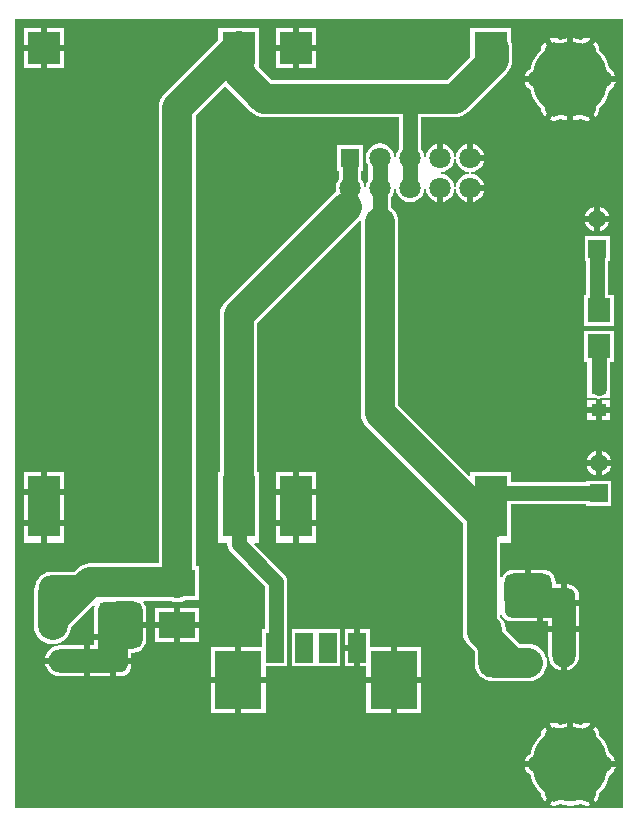
<source format=gtl>
%FSAX25Y25*%
%MOIN*%
G70*
G01*
G75*
G04 Layer_Physical_Order=1*
G04 Layer_Color=255*
%ADD10R,0.07480X0.08071*%
%ADD11R,0.05118X0.04331*%
%ADD12R,0.12402X0.08858*%
%ADD13C,0.10000*%
%ADD14C,0.05000*%
%ADD15R,0.11024X0.11024*%
G04:AMPARAMS|DCode=16|XSize=236.22mil|YSize=98.43mil|CornerRadius=24.61mil|HoleSize=0mil|Usage=FLASHONLY|Rotation=270.000|XOffset=0mil|YOffset=0mil|HoleType=Round|Shape=RoundedRectangle|*
%AMROUNDEDRECTD16*
21,1,0.23622,0.04921,0,0,270.0*
21,1,0.18701,0.09843,0,0,270.0*
1,1,0.04921,-0.02461,-0.09350*
1,1,0.04921,-0.02461,0.09350*
1,1,0.04921,0.02461,0.09350*
1,1,0.04921,0.02461,-0.09350*
%
%ADD16ROUNDEDRECTD16*%
%ADD17O,0.09843X0.21260*%
%ADD18O,0.19685X0.07874*%
G04:AMPARAMS|DCode=19|XSize=157.48mil|YSize=118.11mil|CornerRadius=29.53mil|HoleSize=0mil|Usage=FLASHONLY|Rotation=270.000|XOffset=0mil|YOffset=0mil|HoleType=Round|Shape=RoundedRectangle|*
%AMROUNDEDRECTD19*
21,1,0.15748,0.05906,0,0,270.0*
21,1,0.09843,0.11811,0,0,270.0*
1,1,0.05906,-0.02953,-0.04921*
1,1,0.05906,-0.02953,0.04921*
1,1,0.05906,0.02953,0.04921*
1,1,0.05906,0.02953,-0.04921*
%
%ADD19ROUNDEDRECTD19*%
%ADD20O,0.25590X0.07874*%
G04:AMPARAMS|DCode=21|XSize=236.22mil|YSize=98.43mil|CornerRadius=24.61mil|HoleSize=0mil|Usage=FLASHONLY|Rotation=0.000|XOffset=0mil|YOffset=0mil|HoleType=Round|Shape=RoundedRectangle|*
%AMROUNDEDRECTD21*
21,1,0.23622,0.04921,0,0,0.0*
21,1,0.18701,0.09843,0,0,0.0*
1,1,0.04921,0.09350,-0.02461*
1,1,0.04921,-0.09350,-0.02461*
1,1,0.04921,-0.09350,0.02461*
1,1,0.04921,0.09350,0.02461*
%
%ADD21ROUNDEDRECTD21*%
%ADD22O,0.21260X0.09843*%
%ADD23O,0.07874X0.19685*%
G04:AMPARAMS|DCode=24|XSize=157.48mil|YSize=118.11mil|CornerRadius=29.53mil|HoleSize=0mil|Usage=FLASHONLY|Rotation=0.000|XOffset=0mil|YOffset=0mil|HoleType=Round|Shape=RoundedRectangle|*
%AMROUNDEDRECTD24*
21,1,0.15748,0.05906,0,0,0.0*
21,1,0.09843,0.11811,0,0,0.0*
1,1,0.05906,0.04921,-0.02953*
1,1,0.05906,-0.04921,-0.02953*
1,1,0.05906,-0.04921,0.02953*
1,1,0.05906,0.04921,0.02953*
%
%ADD24ROUNDEDRECTD24*%
%ADD25O,0.07874X0.25590*%
%ADD26R,0.15748X0.19685*%
%ADD27R,0.05906X0.09843*%
%ADD28C,0.06000*%
%ADD29C,0.25000*%
%ADD30R,0.05906X0.05906*%
%ADD31C,0.05906*%
%ADD32R,0.06394X0.06394*%
%ADD33C,0.07087*%
G36*
X0690500Y0222500D02*
X0488000D01*
Y0485500D01*
X0690500D01*
Y0222500D01*
D02*
G37*
%LPC*%
G36*
X0669811Y0290000D02*
X0663937D01*
Y0284847D01*
X0665630D01*
Y0283339D01*
X0669811D01*
Y0290000D01*
D02*
G37*
G36*
X0675992D02*
X0671811D01*
Y0283339D01*
X0675992D01*
Y0290000D01*
D02*
G37*
G36*
X0541000Y0289141D02*
X0534599D01*
Y0284512D01*
X0541000D01*
Y0289141D01*
D02*
G37*
G36*
X0549401Y0282512D02*
X0543000D01*
Y0277883D01*
X0549401D01*
Y0282512D01*
D02*
G37*
G36*
X0519500Y0278563D02*
X0514347D01*
Y0276870D01*
X0512839D01*
Y0272689D01*
X0519500D01*
Y0278563D01*
D02*
G37*
G36*
X0601059Y0282121D02*
X0597906D01*
Y0277000D01*
X0601059D01*
Y0282121D01*
D02*
G37*
G36*
X0541000Y0282512D02*
X0534599D01*
Y0277883D01*
X0541000D01*
Y0282512D01*
D02*
G37*
G36*
X0549401Y0289141D02*
X0543000D01*
Y0284512D01*
X0549401D01*
Y0289141D01*
D02*
G37*
G36*
X0588212Y0316732D02*
X0582500D01*
Y0311020D01*
X0588212D01*
Y0316732D01*
D02*
G37*
G36*
X0504212Y0326969D02*
X0490788D01*
Y0321257D01*
Y0318732D01*
X0504212D01*
Y0321257D01*
Y0326969D01*
D02*
G37*
G36*
X0588212D02*
X0574788D01*
Y0321257D01*
Y0318732D01*
X0588212D01*
Y0321257D01*
Y0326969D01*
D02*
G37*
G36*
X0580500Y0316732D02*
X0574788D01*
Y0311020D01*
X0580500D01*
Y0316732D01*
D02*
G37*
G36*
X0672287Y0297153D02*
X0671811D01*
Y0292000D01*
X0675980D01*
Y0293461D01*
X0675854Y0294416D01*
X0675485Y0295307D01*
X0674898Y0296071D01*
X0674133Y0296658D01*
X0673243Y0297027D01*
X0672287Y0297153D01*
D02*
G37*
G36*
X0496500Y0316732D02*
X0490788D01*
Y0311020D01*
X0496500D01*
Y0316732D01*
D02*
G37*
G36*
X0504212D02*
X0498500D01*
Y0311020D01*
X0504212D01*
Y0316732D01*
D02*
G37*
G36*
X0510839Y0276870D02*
X0502980D01*
X0501639Y0276694D01*
X0500390Y0276176D01*
X0499317Y0275353D01*
X0498493Y0274280D01*
X0497975Y0273030D01*
X0497931Y0272689D01*
X0510839D01*
Y0276870D01*
D02*
G37*
G36*
X0623220Y0264370D02*
X0615146D01*
Y0254328D01*
X0623220D01*
Y0264370D01*
D02*
G37*
G36*
X0561413Y0276413D02*
X0553339D01*
Y0266370D01*
X0561413D01*
Y0276413D01*
D02*
G37*
G36*
X0606212Y0282121D02*
X0603059D01*
Y0276000D01*
Y0269879D01*
X0605072D01*
Y0266370D01*
X0613146D01*
Y0276413D01*
X0606212D01*
Y0282121D01*
D02*
G37*
G36*
X0613146Y0264370D02*
X0605072D01*
Y0254328D01*
X0613146D01*
Y0264370D01*
D02*
G37*
G36*
X0678500Y0250916D02*
X0677404Y0250772D01*
X0676508Y0250401D01*
X0675150Y0250727D01*
X0674000Y0250817D01*
Y0237154D01*
X0672000D01*
Y0250817D01*
X0670850Y0250727D01*
X0669492Y0250401D01*
X0668596Y0250772D01*
X0667500Y0250916D01*
X0666404Y0250772D01*
X0666314Y0250734D01*
X0668366Y0247180D01*
X0666634Y0246180D01*
X0664582Y0249734D01*
X0664504Y0249675D01*
X0663831Y0248798D01*
X0663408Y0247776D01*
X0663290Y0246877D01*
X0663283Y0246871D01*
X0661882Y0245231D01*
X0660755Y0243392D01*
X0659930Y0241400D01*
X0659771Y0240737D01*
X0659004Y0240149D01*
X0658331Y0239272D01*
X0657908Y0238250D01*
X0657895Y0238154D01*
X0662000D01*
Y0236154D01*
X0657895D01*
X0657908Y0236057D01*
X0658331Y0235035D01*
X0659004Y0234158D01*
X0659771Y0233570D01*
X0659930Y0232907D01*
X0660755Y0230915D01*
X0661882Y0229076D01*
X0663283Y0227436D01*
X0663290Y0227430D01*
X0663408Y0226531D01*
X0663831Y0225509D01*
X0664504Y0224632D01*
X0664582Y0224572D01*
X0666634Y0228127D01*
X0668366Y0227127D01*
X0666314Y0223572D01*
X0666404Y0223535D01*
X0667500Y0223391D01*
X0668596Y0223535D01*
X0669492Y0223906D01*
X0670850Y0223580D01*
X0673000Y0223411D01*
X0675150Y0223580D01*
X0676508Y0223906D01*
X0677404Y0223535D01*
X0678500Y0223391D01*
X0679596Y0223535D01*
X0679686Y0223572D01*
X0677634Y0227127D01*
X0679366Y0228127D01*
X0681418Y0224572D01*
X0681496Y0224632D01*
X0682169Y0225509D01*
X0682592Y0226531D01*
X0682710Y0227430D01*
X0682717Y0227436D01*
X0684118Y0229076D01*
X0685245Y0230915D01*
X0686070Y0232907D01*
X0686229Y0233570D01*
X0686996Y0234158D01*
X0687669Y0235035D01*
X0688092Y0236057D01*
X0688105Y0236154D01*
X0684000D01*
Y0238154D01*
X0688105D01*
X0688092Y0238250D01*
X0687669Y0239272D01*
X0686996Y0240149D01*
X0686229Y0240737D01*
X0686070Y0241400D01*
X0685245Y0243392D01*
X0684118Y0245231D01*
X0682717Y0246871D01*
X0682710Y0246877D01*
X0682592Y0247776D01*
X0682169Y0248798D01*
X0681496Y0249675D01*
X0681418Y0249734D01*
X0679366Y0246180D01*
X0677634Y0247180D01*
X0679686Y0250734D01*
X0679596Y0250772D01*
X0678500Y0250916D01*
D02*
G37*
G36*
X0561413Y0264370D02*
X0553339D01*
Y0254328D01*
X0561413D01*
Y0264370D01*
D02*
G37*
G36*
X0571487D02*
X0563413D01*
Y0254328D01*
X0571487D01*
Y0264370D01*
D02*
G37*
G36*
X0623220Y0276413D02*
X0615146D01*
Y0266370D01*
X0623220D01*
Y0276413D01*
D02*
G37*
G36*
X0675992Y0281339D02*
X0671811D01*
Y0268431D01*
X0672152Y0268476D01*
X0673402Y0268993D01*
X0674475Y0269817D01*
X0675298Y0270890D01*
X0675816Y0272139D01*
X0675992Y0273480D01*
Y0281339D01*
D02*
G37*
G36*
X0596369Y0282121D02*
X0580190D01*
Y0269879D01*
X0596369D01*
Y0282121D01*
D02*
G37*
G36*
X0601059Y0275000D02*
X0597906D01*
Y0269879D01*
X0601059D01*
Y0275000D01*
D02*
G37*
G36*
X0669811Y0281339D02*
X0665630D01*
Y0273480D01*
X0665806Y0272139D01*
X0666324Y0270890D01*
X0667147Y0269817D01*
X0668220Y0268993D01*
X0669470Y0268476D01*
X0669811Y0268431D01*
Y0281339D01*
D02*
G37*
G36*
X0510839Y0270689D02*
X0497931D01*
X0497975Y0270348D01*
X0498493Y0269098D01*
X0499317Y0268025D01*
X0500390Y0267202D01*
X0501639Y0266684D01*
X0502980Y0266508D01*
X0510839D01*
Y0270689D01*
D02*
G37*
G36*
X0519500D02*
X0512839D01*
Y0266508D01*
X0519500D01*
Y0270689D01*
D02*
G37*
G36*
X0526653D02*
X0521500D01*
Y0266520D01*
X0522961D01*
X0523916Y0266646D01*
X0524807Y0267015D01*
X0525571Y0267602D01*
X0526158Y0268367D01*
X0526527Y0269257D01*
X0526653Y0270213D01*
Y0270689D01*
D02*
G37*
G36*
X0562461Y0482730D02*
X0562276Y0482712D01*
X0555749D01*
Y0478599D01*
X0537595Y0460445D01*
X0536820Y0459501D01*
X0536244Y0458424D01*
X0535890Y0457255D01*
X0535770Y0456039D01*
X0535770Y0456039D01*
Y0304104D01*
X0512874D01*
X0512874Y0304104D01*
X0511659Y0303984D01*
X0510711Y0303697D01*
X0510490Y0303630D01*
X0509413Y0303054D01*
X0508469Y0302279D01*
X0508469Y0302279D01*
X0507469Y0301280D01*
X0500028D01*
X0498687Y0301103D01*
X0497437Y0300586D01*
X0496364Y0299762D01*
X0495904Y0299163D01*
X0495386Y0298531D01*
X0494817Y0297468D01*
X0494467Y0296314D01*
X0494349Y0295114D01*
Y0286303D01*
X0494270Y0285500D01*
X0494270Y0285500D01*
Y0283500D01*
X0494390Y0282285D01*
X0494744Y0281116D01*
X0495320Y0280039D01*
X0496095Y0279095D01*
X0497039Y0278320D01*
X0498116Y0277744D01*
X0499285Y0277390D01*
X0500500Y0277270D01*
X0501715Y0277390D01*
X0502884Y0277744D01*
X0503961Y0278320D01*
X0504905Y0279095D01*
X0505680Y0280039D01*
X0506256Y0281116D01*
X0506610Y0282285D01*
X0506667Y0282856D01*
X0514110Y0290300D01*
X0514534Y0290016D01*
X0514473Y0289869D01*
X0514347Y0288913D01*
Y0280563D01*
X0520500D01*
Y0279563D01*
X0521500D01*
Y0272689D01*
X0526653D01*
Y0274390D01*
X0527390D01*
X0528474Y0274533D01*
X0529484Y0274951D01*
X0530351Y0275617D01*
X0531017Y0276484D01*
X0531436Y0277495D01*
X0531578Y0278579D01*
Y0282500D01*
X0524437D01*
Y0284500D01*
X0531578D01*
Y0288421D01*
X0531436Y0289505D01*
X0531017Y0290515D01*
X0530535Y0291144D01*
X0530782Y0291644D01*
X0539907D01*
X0540785Y0291378D01*
X0542000Y0291258D01*
X0543215Y0291378D01*
X0544384Y0291732D01*
X0544621Y0291859D01*
X0549401D01*
Y0303117D01*
X0548230D01*
Y0453459D01*
X0557912Y0463141D01*
X0558055Y0463134D01*
X0566595Y0454595D01*
X0566595Y0454595D01*
X0567539Y0453820D01*
X0568616Y0453244D01*
X0569785Y0452890D01*
X0571000Y0452770D01*
X0615906D01*
Y0442255D01*
X0615494Y0441719D01*
X0615017Y0440565D01*
X0614890Y0439603D01*
X0614386D01*
X0614259Y0440565D01*
X0613781Y0441719D01*
X0613021Y0442710D01*
X0612030Y0443470D01*
X0610876Y0443948D01*
X0609638Y0444111D01*
X0608399Y0443948D01*
X0607246Y0443470D01*
X0606255Y0442710D01*
X0605494Y0441719D01*
X0605017Y0440565D01*
X0604853Y0439327D01*
X0605017Y0438089D01*
X0605494Y0436935D01*
X0605768Y0436578D01*
Y0432076D01*
X0605494Y0431719D01*
X0605017Y0430565D01*
X0604890Y0429603D01*
X0604386D01*
X0604259Y0430565D01*
X0603781Y0431719D01*
X0603370Y0432255D01*
Y0434930D01*
X0604035D01*
Y0443724D01*
X0595241D01*
Y0434930D01*
X0595906D01*
Y0432255D01*
X0595494Y0431719D01*
X0595016Y0430565D01*
X0594853Y0429327D01*
X0595008Y0428155D01*
X0594095Y0427405D01*
X0558055Y0391366D01*
X0557281Y0390422D01*
X0556705Y0389345D01*
X0556350Y0388176D01*
X0556231Y0386961D01*
X0556231Y0386961D01*
Y0334680D01*
X0555749D01*
Y0321257D01*
Y0311020D01*
X0558729D01*
Y0310539D01*
X0558856Y0309574D01*
X0559229Y0308673D01*
X0559822Y0307901D01*
X0571268Y0296454D01*
Y0282121D01*
X0570347D01*
Y0276413D01*
X0563413D01*
Y0266370D01*
X0571487D01*
Y0269879D01*
X0578653D01*
Y0274899D01*
X0578732Y0275500D01*
Y0298000D01*
X0578605Y0298966D01*
X0578232Y0299866D01*
X0577639Y0300639D01*
X0567719Y0310559D01*
X0567911Y0311020D01*
X0569172D01*
Y0321257D01*
Y0334680D01*
X0568691D01*
Y0384380D01*
X0602817Y0418507D01*
X0603305Y0418352D01*
X0603270Y0418000D01*
Y0354193D01*
X0603270Y0354193D01*
X0603390Y0352977D01*
X0603744Y0351809D01*
X0604320Y0350732D01*
X0605095Y0349788D01*
X0637270Y0317612D01*
Y0281303D01*
X0637270Y0281303D01*
X0637390Y0280088D01*
X0637744Y0278919D01*
X0638320Y0277842D01*
X0639095Y0276898D01*
X0641220Y0274772D01*
Y0270528D01*
X0641397Y0269186D01*
X0641914Y0267937D01*
X0642738Y0266864D01*
X0643337Y0266404D01*
X0643969Y0265886D01*
X0645032Y0265317D01*
X0646186Y0264967D01*
X0647386Y0264849D01*
X0653000D01*
X0653803Y0264770D01*
X0653803Y0264770D01*
X0659000D01*
X0660215Y0264890D01*
X0661384Y0265244D01*
X0662461Y0265820D01*
X0663405Y0266595D01*
X0664180Y0267539D01*
X0664756Y0268616D01*
X0665110Y0269785D01*
X0665230Y0271000D01*
X0665110Y0272215D01*
X0664756Y0273384D01*
X0664180Y0274461D01*
X0663405Y0275405D01*
X0662461Y0276180D01*
X0661384Y0276756D01*
X0660215Y0277110D01*
X0659000Y0277230D01*
X0656384D01*
X0651583Y0282031D01*
Y0282339D01*
X0651406Y0283680D01*
X0650889Y0284929D01*
X0650065Y0286002D01*
X0649730Y0286260D01*
Y0286978D01*
X0650230Y0287077D01*
X0650389Y0286693D01*
X0650976Y0285929D01*
X0651741Y0285342D01*
X0652631Y0284973D01*
X0653587Y0284847D01*
X0661937D01*
Y0291000D01*
X0662937D01*
Y0292000D01*
X0669811D01*
Y0297153D01*
X0668110D01*
Y0297890D01*
X0667967Y0298974D01*
X0667549Y0299984D01*
X0666883Y0300851D01*
X0666015Y0301517D01*
X0665005Y0301936D01*
X0663921Y0302078D01*
X0660000D01*
Y0294937D01*
X0658000D01*
Y0302078D01*
X0654079D01*
X0652995Y0301936D01*
X0651985Y0301517D01*
X0651117Y0300851D01*
X0650451Y0299984D01*
X0650230Y0299450D01*
X0649730Y0299549D01*
Y0311020D01*
X0653172D01*
Y0321257D01*
Y0323768D01*
X0678347D01*
Y0323347D01*
X0686653D01*
Y0331653D01*
X0678347D01*
Y0331232D01*
X0653172D01*
Y0334680D01*
X0639749D01*
Y0333408D01*
X0639287Y0333217D01*
X0615730Y0356773D01*
Y0418000D01*
X0615610Y0419215D01*
X0615256Y0420384D01*
X0614680Y0421461D01*
X0613905Y0422405D01*
X0613232Y0422958D01*
Y0426219D01*
X0613781Y0426935D01*
X0614259Y0428089D01*
X0614386Y0429050D01*
X0614890D01*
X0615017Y0428089D01*
X0615494Y0426935D01*
X0616255Y0425944D01*
X0617246Y0425183D01*
X0618399Y0424706D01*
X0619638Y0424543D01*
X0620876Y0424706D01*
X0622030Y0425183D01*
X0623021Y0425944D01*
X0623781Y0426935D01*
X0624259Y0428089D01*
X0624385Y0429050D01*
X0624890D01*
X0625016Y0428089D01*
X0625494Y0426935D01*
X0626255Y0425944D01*
X0627246Y0425183D01*
X0628399Y0424706D01*
X0628638Y0424674D01*
Y0429327D01*
X0630638D01*
Y0424674D01*
X0630876Y0424706D01*
X0632030Y0425183D01*
X0633021Y0425944D01*
X0633781Y0426935D01*
X0634259Y0428089D01*
X0634385Y0429050D01*
X0634890D01*
X0635016Y0428089D01*
X0635494Y0426935D01*
X0636255Y0425944D01*
X0637246Y0425183D01*
X0638399Y0424706D01*
X0638638Y0424674D01*
Y0429327D01*
X0639638D01*
Y0430327D01*
X0644290D01*
X0644259Y0430565D01*
X0643781Y0431719D01*
X0643021Y0432710D01*
X0642030Y0433470D01*
X0640876Y0433948D01*
X0639914Y0434075D01*
Y0434579D01*
X0640876Y0434706D01*
X0642030Y0435183D01*
X0643021Y0435944D01*
X0643781Y0436935D01*
X0644259Y0438089D01*
X0644290Y0438327D01*
X0639638D01*
Y0439327D01*
X0638638D01*
Y0443979D01*
X0638399Y0443948D01*
X0637246Y0443470D01*
X0636255Y0442710D01*
X0635494Y0441719D01*
X0635016Y0440565D01*
X0634890Y0439603D01*
X0634385D01*
X0634259Y0440565D01*
X0633781Y0441719D01*
X0633021Y0442710D01*
X0632030Y0443470D01*
X0630876Y0443948D01*
X0630638Y0443979D01*
Y0439327D01*
X0628638D01*
Y0443979D01*
X0628399Y0443948D01*
X0627246Y0443470D01*
X0626255Y0442710D01*
X0625494Y0441719D01*
X0625016Y0440565D01*
X0624890Y0439603D01*
X0624385D01*
X0624259Y0440565D01*
X0623781Y0441719D01*
X0623370Y0442255D01*
Y0452770D01*
X0634500D01*
X0634500Y0452770D01*
X0635715Y0452890D01*
X0636884Y0453244D01*
X0637961Y0453820D01*
X0638905Y0454595D01*
X0651866Y0467555D01*
X0651866Y0467555D01*
X0652641Y0468499D01*
X0653062Y0469288D01*
X0653172D01*
Y0469494D01*
X0653216Y0469577D01*
X0653571Y0470745D01*
X0653691Y0471961D01*
X0653691Y0471961D01*
Y0476000D01*
X0653571Y0477215D01*
X0653216Y0478384D01*
X0653172Y0478466D01*
Y0482712D01*
X0639749D01*
Y0473059D01*
X0631919Y0465230D01*
X0573581D01*
X0569172Y0469638D01*
Y0482712D01*
X0562645D01*
X0562461Y0482730D01*
D02*
G37*
G36*
X0496500Y0475000D02*
X0490788D01*
Y0469288D01*
X0496500D01*
Y0475000D01*
D02*
G37*
G36*
X0504212D02*
X0498500D01*
Y0469288D01*
X0504212D01*
Y0475000D01*
D02*
G37*
G36*
X0640638Y0443979D02*
Y0440327D01*
X0644290D01*
X0644259Y0440565D01*
X0643781Y0441719D01*
X0643021Y0442710D01*
X0642030Y0443470D01*
X0640876Y0443948D01*
X0640638Y0443979D01*
D02*
G37*
G36*
X0681000Y0423057D02*
X0680916Y0423046D01*
X0679906Y0422627D01*
X0679038Y0421962D01*
X0678373Y0421094D01*
X0677954Y0420084D01*
X0677943Y0420000D01*
X0681000D01*
Y0423057D01*
D02*
G37*
G36*
X0683000D02*
Y0420000D01*
X0686057D01*
X0686046Y0420084D01*
X0685627Y0421094D01*
X0684962Y0421962D01*
X0684094Y0422627D01*
X0683084Y0423046D01*
X0683000Y0423057D01*
D02*
G37*
G36*
X0644290Y0428327D02*
X0640638D01*
Y0424674D01*
X0640876Y0424706D01*
X0642030Y0425183D01*
X0643021Y0425944D01*
X0643781Y0426935D01*
X0644259Y0428089D01*
X0644290Y0428327D01*
D02*
G37*
G36*
X0580500Y0475000D02*
X0574788D01*
Y0469288D01*
X0580500D01*
Y0475000D01*
D02*
G37*
G36*
Y0482712D02*
X0574788D01*
Y0477000D01*
X0580500D01*
Y0482712D01*
D02*
G37*
G36*
X0588212D02*
X0582500D01*
Y0477000D01*
X0588212D01*
Y0482712D01*
D02*
G37*
G36*
X0678500Y0479262D02*
X0677404Y0479118D01*
X0676508Y0478747D01*
X0675150Y0479073D01*
X0674000Y0479164D01*
Y0465500D01*
Y0451836D01*
X0675150Y0451927D01*
X0676508Y0452253D01*
X0677404Y0451882D01*
X0678500Y0451737D01*
X0679596Y0451882D01*
X0679686Y0451919D01*
X0677634Y0455474D01*
X0679366Y0456474D01*
X0681418Y0452919D01*
X0681496Y0452978D01*
X0682169Y0453856D01*
X0682592Y0454877D01*
X0682710Y0455777D01*
X0682717Y0455783D01*
X0684118Y0457422D01*
X0685245Y0459261D01*
X0686070Y0461253D01*
X0686229Y0461916D01*
X0686996Y0462504D01*
X0687669Y0463382D01*
X0688092Y0464404D01*
X0688105Y0464500D01*
X0684000D01*
Y0466500D01*
X0688105D01*
X0688092Y0466596D01*
X0687669Y0467618D01*
X0686996Y0468496D01*
X0686229Y0469084D01*
X0686070Y0469747D01*
X0685245Y0471739D01*
X0684118Y0473578D01*
X0682717Y0475217D01*
X0682710Y0475223D01*
X0682592Y0476123D01*
X0682169Y0477144D01*
X0681496Y0478022D01*
X0681418Y0478081D01*
X0679366Y0474526D01*
X0677634Y0475526D01*
X0679686Y0479081D01*
X0679596Y0479118D01*
X0678500Y0479262D01*
D02*
G37*
G36*
X0504212Y0482712D02*
X0498500D01*
Y0477000D01*
X0504212D01*
Y0482712D01*
D02*
G37*
G36*
X0588212Y0475000D02*
X0582500D01*
Y0469288D01*
X0588212D01*
Y0475000D01*
D02*
G37*
G36*
X0667500Y0479262D02*
X0666404Y0479118D01*
X0666314Y0479081D01*
X0668366Y0475526D01*
X0666634Y0474526D01*
X0664582Y0478081D01*
X0664504Y0478022D01*
X0663831Y0477144D01*
X0663408Y0476123D01*
X0663290Y0475223D01*
X0663283Y0475217D01*
X0661882Y0473578D01*
X0660755Y0471739D01*
X0659930Y0469747D01*
X0659771Y0469084D01*
X0659004Y0468496D01*
X0658331Y0467618D01*
X0657908Y0466596D01*
X0657895Y0466500D01*
X0662000D01*
Y0464500D01*
X0657895D01*
X0657908Y0464404D01*
X0658331Y0463382D01*
X0659004Y0462504D01*
X0659771Y0461916D01*
X0659930Y0461253D01*
X0660755Y0459261D01*
X0661882Y0457422D01*
X0663283Y0455783D01*
X0663290Y0455777D01*
X0663408Y0454877D01*
X0663831Y0453856D01*
X0664504Y0452978D01*
X0664582Y0452919D01*
X0666634Y0456474D01*
X0668366Y0455474D01*
X0666314Y0451919D01*
X0666404Y0451882D01*
X0667500Y0451737D01*
X0668596Y0451882D01*
X0669492Y0452253D01*
X0670850Y0451927D01*
X0672000Y0451836D01*
Y0465500D01*
Y0479164D01*
X0670850Y0479073D01*
X0669492Y0478747D01*
X0668596Y0479118D01*
X0667500Y0479262D01*
D02*
G37*
G36*
X0496500Y0482712D02*
X0490788D01*
Y0477000D01*
X0496500D01*
Y0482712D01*
D02*
G37*
G36*
X0686057Y0418000D02*
X0683000D01*
Y0414943D01*
X0683084Y0414954D01*
X0684094Y0415373D01*
X0684962Y0416038D01*
X0685627Y0416906D01*
X0686046Y0417916D01*
X0686057Y0418000D01*
D02*
G37*
G36*
X0686557Y0336500D02*
X0683500D01*
Y0333443D01*
X0683584Y0333454D01*
X0684594Y0333873D01*
X0685462Y0334538D01*
X0686127Y0335406D01*
X0686546Y0336416D01*
X0686557Y0336500D01*
D02*
G37*
G36*
X0681500D02*
X0678443D01*
X0678454Y0336416D01*
X0678873Y0335406D01*
X0679538Y0334538D01*
X0680406Y0333873D01*
X0681416Y0333454D01*
X0681500Y0333443D01*
Y0336500D01*
D02*
G37*
G36*
X0683500Y0341557D02*
Y0338500D01*
X0686557D01*
X0686546Y0338584D01*
X0686127Y0339594D01*
X0685462Y0340462D01*
X0684594Y0341127D01*
X0683584Y0341546D01*
X0683500Y0341557D01*
D02*
G37*
G36*
X0681500D02*
X0681416Y0341546D01*
X0680406Y0341127D01*
X0679538Y0340462D01*
X0678873Y0339594D01*
X0678454Y0338584D01*
X0678443Y0338500D01*
X0681500D01*
Y0341557D01*
D02*
G37*
G36*
X0504212Y0334680D02*
X0498500D01*
Y0328969D01*
X0504212D01*
Y0334680D01*
D02*
G37*
G36*
X0496500D02*
X0490788D01*
Y0328969D01*
X0496500D01*
Y0334680D01*
D02*
G37*
G36*
X0588212D02*
X0582500D01*
Y0328969D01*
X0588212D01*
Y0334680D01*
D02*
G37*
G36*
X0580500D02*
X0574788D01*
Y0328969D01*
X0580500D01*
Y0334680D01*
D02*
G37*
G36*
X0687440Y0381732D02*
X0677560D01*
Y0371261D01*
X0678768D01*
Y0366106D01*
X0678741D01*
Y0359375D01*
X0680956D01*
X0681534Y0359135D01*
X0681611Y0359125D01*
X0681611Y0359125D01*
X0682500Y0359008D01*
X0683389Y0359125D01*
X0683389Y0359125D01*
X0683466Y0359135D01*
X0684044Y0359375D01*
X0686259D01*
Y0366106D01*
X0686232D01*
Y0371261D01*
X0687440D01*
Y0381732D01*
D02*
G37*
G36*
X0686153Y0413153D02*
X0677847D01*
Y0404847D01*
X0678268D01*
Y0393739D01*
X0677560D01*
Y0383268D01*
X0687440D01*
Y0393739D01*
X0685732D01*
Y0404847D01*
X0686153D01*
Y0413153D01*
D02*
G37*
G36*
X0681000Y0418000D02*
X0677943D01*
X0677954Y0417916D01*
X0678373Y0416906D01*
X0679038Y0416038D01*
X0679906Y0415373D01*
X0680916Y0414954D01*
X0681000Y0414943D01*
Y0418000D01*
D02*
G37*
G36*
X0686259Y0358625D02*
X0683500D01*
Y0356260D01*
X0686259D01*
Y0358625D01*
D02*
G37*
G36*
Y0354260D02*
X0683500D01*
Y0351894D01*
X0686259D01*
Y0354260D01*
D02*
G37*
G36*
X0681500D02*
X0678741D01*
Y0351894D01*
X0681500D01*
Y0354260D01*
D02*
G37*
G36*
Y0358625D02*
X0678741D01*
Y0356260D01*
X0681500D01*
Y0358625D01*
D02*
G37*
%LPD*%
G36*
X0635016Y0438089D02*
X0635494Y0436935D01*
X0636255Y0435944D01*
X0637246Y0435183D01*
X0638399Y0434706D01*
X0639361Y0434579D01*
Y0434075D01*
X0638399Y0433948D01*
X0637246Y0433470D01*
X0636255Y0432710D01*
X0635494Y0431719D01*
X0635016Y0430565D01*
X0634890Y0429603D01*
X0634385D01*
X0634259Y0430565D01*
X0633781Y0431719D01*
X0633021Y0432710D01*
X0632030Y0433470D01*
X0630876Y0433948D01*
X0629914Y0434075D01*
Y0434579D01*
X0630876Y0434706D01*
X0632030Y0435183D01*
X0633021Y0435944D01*
X0633781Y0436935D01*
X0634259Y0438089D01*
X0634385Y0439050D01*
X0634890D01*
X0635016Y0438089D01*
D02*
G37*
D10*
X0682500Y0376496D02*
D03*
Y0388504D02*
D03*
D11*
Y0355260D02*
D03*
Y0362740D02*
D03*
D12*
X0542000Y0297488D02*
D03*
Y0283512D02*
D03*
D13*
X0500500Y0285500D02*
X0512874Y0297874D01*
X0541614D01*
X0542000Y0297488D01*
X0500500Y0283500D02*
Y0285500D01*
X0643500Y0320193D02*
X0646461Y0317232D01*
X0609500Y0354193D02*
X0643500Y0320193D01*
Y0324508D01*
X0646461Y0327468D01*
X0643500Y0281303D02*
Y0320193D01*
Y0281303D02*
X0646402Y0278402D01*
X0653803Y0271000D01*
X0659000D01*
X0609500Y0354193D02*
Y0418000D01*
X0562461Y0327969D02*
Y0386961D01*
Y0317732D02*
Y0327969D01*
Y0386961D02*
X0598500Y0423000D01*
X0620000Y0459000D02*
X0634500D01*
X0571000D02*
X0620000D01*
X0647461Y0471961D02*
Y0476000D01*
X0634500Y0459000D02*
X0647461Y0471961D01*
X0562461Y0467539D02*
X0571000Y0459000D01*
X0562461Y0467539D02*
Y0476500D01*
X0542000Y0456039D02*
X0562461Y0476500D01*
X0542000Y0297488D02*
Y0456039D01*
D14*
X0562461Y0310539D02*
X0575000Y0298000D01*
Y0275500D02*
Y0298000D01*
X0562461Y0310539D02*
Y0317732D01*
X0646461Y0327468D02*
X0646492Y0327500D01*
X0682500D01*
Y0362740D02*
Y0376496D01*
X0682000Y0389004D02*
Y0409000D01*
Y0389004D02*
X0682500Y0388504D01*
X0609500Y0418000D02*
Y0439189D01*
X0609638Y0439327D01*
X0598500Y0423000D02*
X0599638Y0424138D01*
Y0429327D01*
Y0439327D01*
X0619638D02*
Y0458638D01*
Y0429327D02*
Y0439327D01*
Y0458638D02*
X0620000Y0459000D01*
D15*
X0646461Y0318618D02*
D03*
X0581500D02*
D03*
Y0327969D02*
D03*
X0646461D02*
D03*
Y0476000D02*
D03*
X0581500D02*
D03*
X0562461Y0318618D02*
D03*
X0497500D02*
D03*
Y0327969D02*
D03*
X0562461D02*
D03*
Y0476000D02*
D03*
X0497500D02*
D03*
D16*
X0520500Y0279563D02*
D03*
D17*
X0500500Y0289405D02*
D03*
D18*
X0505933Y0296098D02*
D03*
D19*
X0524437Y0283500D02*
D03*
D20*
X0511839Y0271689D02*
D03*
D21*
X0662937Y0291000D02*
D03*
D22*
X0653094Y0271000D02*
D03*
D23*
X0646402Y0276433D02*
D03*
D24*
X0659000Y0294937D02*
D03*
D25*
X0670811Y0282339D02*
D03*
D26*
X0614146Y0265370D02*
D03*
X0562413D02*
D03*
D27*
X0602059Y0276000D02*
D03*
X0592216D02*
D03*
X0584342D02*
D03*
X0574500D02*
D03*
D28*
X0667500Y0475026D02*
D03*
X0678500D02*
D03*
X0684000Y0465500D02*
D03*
X0678500Y0455974D02*
D03*
X0667500D02*
D03*
X0662000Y0465500D02*
D03*
X0667500Y0246680D02*
D03*
X0678500D02*
D03*
X0684000Y0237154D02*
D03*
X0678500Y0227627D02*
D03*
X0667500D02*
D03*
X0662000Y0237154D02*
D03*
D29*
X0673000Y0465500D02*
D03*
Y0237154D02*
D03*
D30*
X0682500Y0327500D02*
D03*
X0682000Y0409000D02*
D03*
D31*
X0682500Y0337500D02*
D03*
X0682000Y0419000D02*
D03*
D32*
X0599638Y0439327D02*
D03*
D33*
X0609638D02*
D03*
X0619638D02*
D03*
X0629638D02*
D03*
X0639638D02*
D03*
Y0429327D02*
D03*
X0629638D02*
D03*
X0619638D02*
D03*
X0609638D02*
D03*
X0599638D02*
D03*
M02*

</source>
